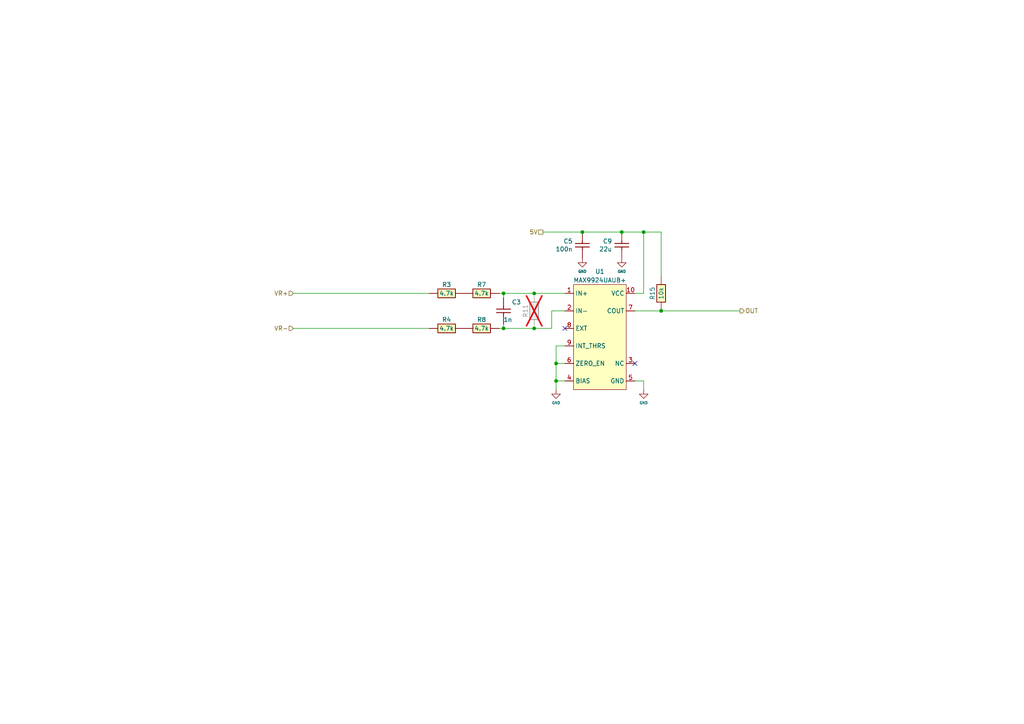
<source format=kicad_sch>
(kicad_sch (version 20230121) (generator eeschema)
  (paper "A4")
  (lib_symbols
    (symbol "chips:MAX9924"
      (property "Reference" "U" (at 2.54 1.27 0))
      (property "Value" "MAX9924UAUB+" (at 0 0 0))
      (symbol "MAX9924_1_1"
        (rectangle (start 0 0) (end 15.24 -30.48) (fill (type background)))
        (pin input line (at -2.54 -2.54 0) (length 2.54) (name "IN+") (number "1"))
        (pin passive line (at 17.78 -2.54 180) (length 2.54) (name "VCC") (number "10"))
        (pin input line (at -2.54 -7.62 0) (length 2.54) (name "IN-") (number "2"))
        (pin passive line (at 17.78 -22.86 180) (length 2.54) (name "NC") (number "3"))
        (pin passive line (at -2.54 -27.94 0) (length 2.54) (name "BIAS") (number "4"))
        (pin passive line (at 17.78 -27.94 180) (length 2.54) (name "GND") (number "5"))
        (pin passive line (at -2.54 -22.86 0) (length 2.54) (name "ZERO_EN") (number "6"))
        (pin passive line (at 17.78 -7.62 180) (length 2.54) (name "COUT") (number "7"))
        (pin passive line (at -2.54 -12.7 0) (length 2.54) (name "EXT") (number "8"))
        (pin passive line (at -2.54 -17.78 0) (length 2.54) (name "INT_THRS") (number "9"))
      )
    )
    (symbol "hellen-one-common:Cap" (pin_numbers hide)
      (property "Reference" "C" (at -3.81 2.54 0))
      (property "Value" "Cap" (at -2.54 -1.27 0))
      (symbol "Cap_1_0"
        (polyline (pts (xy -1.27 0) (xy -0.508 0)) (stroke (width 0.254)))
        (polyline (pts (xy -0.508 -2.032) (xy -0.508 2.032)) (stroke (width 0.254)))
        (polyline (pts (xy 0.508 2.032) (xy 0.508 -2.032)) (stroke (width 0.254)))
        (polyline (pts (xy 1.27 0) (xy 0.508 0)) (stroke (width 0.254)))
        (pin passive line (at -3.81 0 0) (length 2.54) (name "") (number "1"))
        (pin passive line (at 3.81 0 180) (length 2.54) (name "") (number "2"))
      )
    )
    (symbol "hellen-one-common:Res" (pin_numbers hide)
      (property "Reference" "R" (at 3.81 2.54 0))
      (property "Value" "Res" (at 5.08 -2.54 0))
      (symbol "Res_1_0"
        (rectangle (start 2.54 -1.27) (end 7.62 1.27) (stroke (width 0.254)) (fill (type background)))
        (pin passive line (at 0 0 0) (length 2.54) (name "") (number "1"))
        (pin passive line (at 10.16 0 180) (length 2.54) (name "") (number "2"))
      )
    )
    (symbol "power:GND" (power) (pin_names (offset 0))
      (property "Value" "GND" (at 0 -3.81 0))
      (symbol "GND_0_1"
        (polyline (pts (xy 0 0) (xy 0 -1.27) (xy 1.27 -1.27) (xy 0 -2.54) (xy -1.27 -1.27) (xy 0 -1.27)))
      )
      (symbol "GND_1_1"
        (pin power_in line (at 0 0 270) (length 0) hide (name "GND") (number "1"))
      )
    )
  )
  (junction (at 168.91 67.31))
  (junction (at 146.05 95.25))
  (junction (at 161.29 105.41))
  (junction (at 191.77 90.17))
  (junction (at 154.94 95.25))
  (junction (at 146.05 85.09))
  (junction (at 154.94 85.09))
  (junction (at 186.69 67.31))
  (junction (at 161.29 110.49))
  (junction (at 180.34 67.31))
  (no_connect (at 184.15 105.41))
  (no_connect (at 163.83 95.25))
  (wire (pts (xy 184.15 90.17) (xy 191.77 90.17)))
  (wire (pts (xy 180.34 67.31) (xy 186.69 67.31)))
  (wire (pts (xy 146.05 85.09) (xy 144.78 85.09)))
  (wire (pts (xy 161.29 105.41) (xy 161.29 110.49)))
  (wire (pts (xy 154.94 85.09) (xy 163.83 85.09)))
  (wire (pts (xy 161.29 100.33) (xy 161.29 105.41)))
  (wire (pts (xy 146.05 85.09) (xy 146.05 86.36)))
  (wire (pts (xy 85.09 85.09) (xy 124.46 85.09)))
  (wire (pts (xy 186.69 67.31) (xy 186.69 85.09)))
  (wire (pts (xy 161.29 113.03) (xy 161.29 110.49)))
  (wire (pts (xy 146.05 95.25) (xy 154.94 95.25)))
  (wire (pts (xy 168.91 67.31) (xy 180.34 67.31)))
  (wire (pts (xy 186.69 110.49) (xy 184.15 110.49)))
  (wire (pts (xy 146.05 95.25) (xy 146.05 93.98)))
  (wire (pts (xy 154.94 95.25) (xy 160.02 95.25)))
  (wire (pts (xy 85.09 95.25) (xy 124.46 95.25)))
  (wire (pts (xy 160.02 95.25) (xy 160.02 90.17)))
  (wire (pts (xy 186.69 85.09) (xy 184.15 85.09)))
  (wire (pts (xy 161.29 110.49) (xy 163.83 110.49)))
  (wire (pts (xy 191.77 67.31) (xy 191.77 80.01)))
  (wire (pts (xy 161.29 105.41) (xy 163.83 105.41)))
  (wire (pts (xy 146.05 85.09) (xy 154.94 85.09)))
  (wire (pts (xy 191.77 90.17) (xy 214.63 90.17)))
  (wire (pts (xy 186.69 67.31) (xy 191.77 67.31)))
  (wire (pts (xy 186.69 113.03) (xy 186.69 110.49)))
  (wire (pts (xy 157.48 67.31) (xy 168.91 67.31)))
  (wire (pts (xy 161.29 100.33) (xy 163.83 100.33)))
  (wire (pts (xy 146.05 95.25) (xy 144.78 95.25)))
  (wire (pts (xy 160.02 90.17) (xy 163.83 90.17)))
  (hierarchical_label "VR+" (shape input) (at 85.09 85.09 180))
  (hierarchical_label "OUT" (shape output) (at 214.63 90.17 0))
  (hierarchical_label "5V" (shape passive) (at 157.48 67.31 180))
  (hierarchical_label "VR-" (shape input) (at 85.09 95.25 180))
  (symbol (lib_id "hellen-one-common:Res") (at 134.62 85.09 0) (mirror y) (unit 1)
    (property "Reference" "R3" (at 129.54 82.55 0))
    (property "Value" "4.7k" (at 129.54 85.09 0))
    (property "Footprint" "Resistor_SMD:R_1206_3216Metric" (effects hide))
    (property "LCSC" "C17936" (effects hide))
    (instances (project "VR-Hall" (path "" (reference "R3") (unit 1))) (project "alphax_4ch" (path "" (reference "R1032") (unit 1)) (path "" (reference "R9") (unit 1))) (project "hellen1-vr-max9924" (path "" (reference "R751") (unit 1))))
  )
  (symbol (lib_id "hellen-one-common:Cap") (at 168.91 71.12 270) (mirror x) (unit 1)
    (property "Reference" "C5" (at 166.1159 69.9706 90) (effects (justify right)))
    (property "Value" "100n" (at 166.1159 72.2693 90) (effects (justify right)))
    (property "Footprint" "hellen-one-common:C0603" (effects hide))
    (property "LCSC" "C14663" (effects hide))
    (instances (project "VR-Hall" (path "" (reference "C5") (unit 1))) (project "alphax_4ch" (path "" (reference "C6") (unit 1))) (project "hellen1-vr-max9924" (path "" (reference "C752") (unit 1))))
  )
  (symbol (lib_id "power:GND") (at 168.91 74.93 0) (unit 1)
    (property "Reference" "#PWR010" (effects hide))
    (property "Value" "GND" (at 168.91 78.74 0) (effects (font (size 0.762 0.762))))
    (instances (project "VR-Hall" (path "" (reference "#PWR010") (unit 1))) (project "alphax_4ch" (path "" (reference "#PWR0243") (unit 1))) (project "hellen1-vr-max9924" (path "" (reference "#PWR0755") (unit 1))))
  )
  (symbol (lib_id "hellen-one-common:Res") (at 144.78 85.09 0) (mirror y) (unit 1)
    (property "Reference" "R7" (at 139.7 82.55 0))
    (property "Value" "4.7k" (at 139.7 85.09 0))
    (property "Footprint" "Resistor_SMD:R_1206_3216Metric" (effects hide))
    (property "LCSC" "C17936" (effects hide))
    (instances (project "VR-Hall" (path "" (reference "R7") (unit 1))) (project "alphax_4ch" (path "" (reference "R1035") (unit 1)) (path "" (reference "R11") (unit 1))) (project "hellen1-vr-max9924" (path "" (reference "R753") (unit 1))))
  )
  (symbol (lib_id "hellen-one-common:Res") (at 191.77 90.17 270) (mirror x) (unit 1)
    (property "Reference" "R15" (at 189.23 85.09 0))
    (property "Value" "10k" (at 191.77 85.09 0))
    (property "Footprint" "hellen-one-common:R0603" (effects hide))
    (property "LCSC" "C25804" (effects hide))
    (instances (project "VR-Hall" (path "" (reference "R15") (unit 1))) (project "alphax_4ch" (path "" (reference "R16") (unit 1))) (project "hellen1-vr-max9924" (path "" (reference "R756") (unit 1))))
  )
  (symbol (lib_id "hellen-one-common:Res") (at 154.94 95.25 90) (unit 1) (in_bom no) (dnp yes)
    (property "Reference" "R11" (at 152.4 90.17 0))
    (property "Value" "~" (at 154.94 90.17 0))
    (property "Footprint" "hellen-one-common:R0603" (effects hide))
    (instances (project "VR-Hall" (path "" (reference "R11") (unit 1))) (project "alphax_4ch" (path "" (reference "R1019") (unit 1)) (path "" (reference "R15") (unit 1))) (project "hellen1-vr-max9924" (path "" (reference "R755") (unit 1))))
  )
  (symbol (lib_id "power:GND") (at 186.69 113.03 0) (mirror y) (unit 1)
    (property "Reference" "#PWR022" (effects hide))
    (property "Value" "GND" (at 186.69 116.84 0) (effects (font (size 0.762 0.762))))
    (instances (project "VR-Hall" (path "" (reference "#PWR022") (unit 1))) (project "alphax_4ch" (path "" (reference "#PWR0240") (unit 1))) (project "hellen1-vr-max9924" (path "" (reference "#PWR0763") (unit 1))))
  )
  (symbol (lib_id "hellen-one-common:Res") (at 134.62 95.25 0) (mirror y) (unit 1)
    (property "Reference" "R4" (at 129.54 92.71 0))
    (property "Value" "4.7k" (at 129.54 95.25 0))
    (property "Footprint" "Resistor_SMD:R_1206_3216Metric" (effects hide))
    (property "LCSC" "C17936" (effects hide))
    (instances (project "VR-Hall" (path "" (reference "R4") (unit 1))) (project "alphax_4ch" (path "" (reference "R1032") (unit 1)) (path "" (reference "R10") (unit 1))) (project "hellen1-vr-max9924" (path "" (reference "R752") (unit 1))))
  )
  (symbol (lib_id "hellen-one-common:Cap") (at 146.05 90.17 270) (mirror x) (unit 1)
    (property "Reference" "C3" (at 151.13 87.63 90) (effects (justify right)))
    (property "Value" "1n" (at 148.59 92.71 90) (effects (justify right)))
    (property "Footprint" "hellen-one-common:C0603" (effects hide))
    (property "LCSC" "C1588" (effects hide))
    (instances (project "VR-Hall" (path "" (reference "C3") (unit 1))) (project "alphax_4ch" (path "" (reference "C63") (unit 1)) (path "" (reference "C4") (unit 1))) (project "hellen1-vr-max9924" (path "" (reference "C751") (unit 1))))
  )
  (symbol (lib_id "hellen-one-common:Cap") (at 180.34 71.12 270) (mirror x) (unit 1)
    (property "Reference" "C9" (at 177.5459 69.9706 90) (effects (justify right)))
    (property "Value" "22u" (at 177.5459 72.2693 90) (effects (justify right)))
    (property "Footprint" "hellen-one-common:C0603" (effects hide))
    (property "LCSC" "C59461" (effects hide))
    (instances (project "VR-Hall" (path "" (reference "C9") (unit 1))) (project "alphax_4ch" (path "" (reference "C7") (unit 1))) (project "hellen1-vr-max9924" (path "" (reference "C754") (unit 1))))
  )
  (symbol (lib_id "hellen-one-common:Res") (at 144.78 95.25 0) (mirror y) (unit 1)
    (property "Reference" "R8" (at 139.7 92.71 0))
    (property "Value" "4.7k" (at 139.7 95.25 0))
    (property "Footprint" "Resistor_SMD:R_1206_3216Metric" (effects hide))
    (property "LCSC" "C17936" (effects hide))
    (instances (project "VR-Hall" (path "" (reference "R8") (unit 1))) (project "alphax_4ch" (path "" (reference "R1035") (unit 1)) (path "" (reference "R12") (unit 1))) (project "hellen1-vr-max9924" (path "" (reference "R754") (unit 1))))
  )
  (symbol (lib_id "power:GND") (at 180.34 74.93 0) (unit 1)
    (property "Reference" "#PWR018" (effects hide))
    (property "Value" "GND" (at 180.34 78.74 0) (effects (font (size 0.762 0.762))))
    (instances (project "VR-Hall" (path "" (reference "#PWR018") (unit 1))) (project "alphax_4ch" (path "" (reference "#PWR0242") (unit 1))) (project "hellen1-vr-max9924" (path "" (reference "#PWR0759") (unit 1))))
  )
  (symbol (lib_id "power:GND") (at 161.29 113.03 0) (unit 1)
    (property "Reference" "#PWR05" (effects hide))
    (property "Value" "GND" (at 161.29 116.84 0) (effects (font (size 0.762 0.762))))
    (instances (project "VR-Hall" (path "" (reference "#PWR05") (unit 1))) (project "alphax_4ch" (path "" (reference "#PWR0241") (unit 1))) (project "hellen1-vr-max9924" (path "" (reference "#PWR0753") (unit 1))))
  )
  (symbol (lib_id "chips:MAX9924") (at 166.37 82.55 0) (unit 1)
    (property "Reference" "U1" (at 173.99 78.74 0))
    (property "Value" "MAX9924UAUB+" (at 173.99 81.28 0))
    (property "Footprint" "Package_SO:MSOP-10_3x3mm_P0.5mm" (effects hide))
    (property "Datasheet" "https://datasheet.lcsc.com/lcsc/1811091110_Maxim-Integrated-MAX9924UAUB-_C143633.pdf" (effects hide))
    (property "LCSC" "C143633" (effects hide))
    (instances (project "VR-Hall" (path "" (reference "U1") (unit 1))) (project "alphax_4ch" (path "" (reference "U1") (unit 1))) (project "hellen1-vr-max9924" (path "" (reference "U751") (unit 1))))
  )
)
</source>
